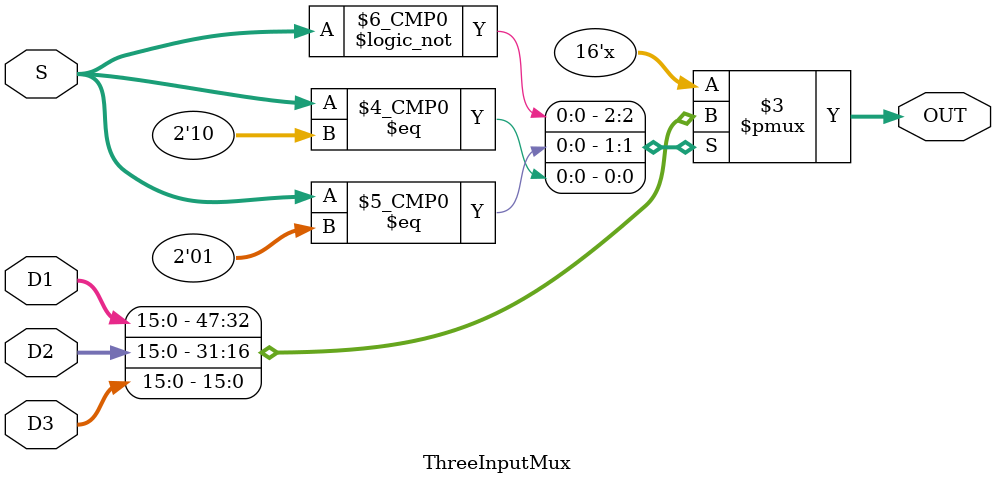
<source format=sv>
module ThreeInputMux	(	input				[1:0] S,
							input				[15:0] D1,
							input               [15:0] D2,
							input 				[15:0] D3,
							output logic		[15:0] OUT);
	
		always_comb
		begin
		unique case(S)
			2'b00	:	OUT <= D1; 
			2'b01	:	OUT <= D2;
			2'b10   :   OUT <= D3;
		endcase
		end


endmodule
</source>
